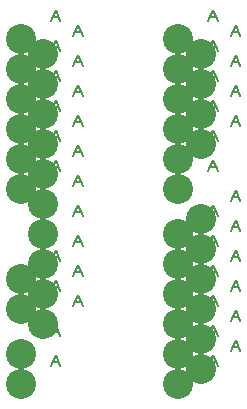
<source format=gbr>
G04 DesignSpark PCB Gerber Version 9.0 Build 5115 *
G04 #@! TF.Part,Single*
G04 #@! TF.FileFunction,Drillmap *
G04 #@! TF.FilePolarity,Positive *
%FSLAX35Y35*%
%MOIN*%
%ADD19C,0.00500*%
G04 #@! TA.AperFunction,ComponentPad*
%ADD26C,0.10000*%
X0Y0D02*
D02*
D19*
X30250Y25933D02*
X31813Y29683D01*
X33375Y25933*
X30875Y27496D02*
X32750D01*
X30250Y35933D02*
X31813Y39683D01*
X33375Y35933*
X30875Y37496D02*
X32750D01*
X30250Y50933D02*
X31813Y54683D01*
X33375Y50933*
X30875Y52496D02*
X32750D01*
X30250Y60933D02*
X31813Y64683D01*
X33375Y60933*
X30875Y62496D02*
X32750D01*
X30250Y90933D02*
X31813Y94683D01*
X33375Y90933*
X30875Y92496D02*
X32750D01*
X30250Y100933D02*
X31813Y104683D01*
X33375Y100933*
X30875Y102496D02*
X32750D01*
X30250Y110933D02*
X31813Y114683D01*
X33375Y110933*
X30875Y112496D02*
X32750D01*
X30250Y120933D02*
X31813Y124683D01*
X33375Y120933*
X30875Y122496D02*
X32750D01*
X30250Y130933D02*
X31813Y134683D01*
X33375Y130933*
X30875Y132496D02*
X32750D01*
X30250Y140933D02*
X31813Y144683D01*
X33375Y140933*
X30875Y142496D02*
X32750D01*
X37750Y45933D02*
X39313Y49683D01*
X40875Y45933*
X38375Y47496D02*
X40250D01*
X37750Y55933D02*
X39313Y59683D01*
X40875Y55933*
X38375Y57496D02*
X40250D01*
X37750Y65933D02*
X39313Y69683D01*
X40875Y65933*
X38375Y67496D02*
X40250D01*
X37750Y75933D02*
X39313Y79683D01*
X40875Y75933*
X38375Y77496D02*
X40250D01*
X37750Y85933D02*
X39313Y89683D01*
X40875Y85933*
X38375Y87496D02*
X40250D01*
X37750Y95933D02*
X39313Y99683D01*
X40875Y95933*
X38375Y97496D02*
X40250D01*
X37750Y105933D02*
X39313Y109683D01*
X40875Y105933*
X38375Y107496D02*
X40250D01*
X37750Y115933D02*
X39313Y119683D01*
X40875Y115933*
X38375Y117496D02*
X40250D01*
X37750Y125933D02*
X39313Y129683D01*
X40875Y125933*
X38375Y127496D02*
X40250D01*
X37750Y135933D02*
X39313Y139683D01*
X40875Y135933*
X38375Y137496D02*
X40250D01*
X82750Y25933D02*
X84313Y29683D01*
X85875Y25933*
X83375Y27496D02*
X85250D01*
X82750Y35933D02*
X84313Y39683D01*
X85875Y35933*
X83375Y37496D02*
X85250D01*
X82750Y45933D02*
X84313Y49683D01*
X85875Y45933*
X83375Y47496D02*
X85250D01*
X82750Y55933D02*
X84313Y59683D01*
X85875Y55933*
X83375Y57496D02*
X85250D01*
X82750Y65933D02*
X84313Y69683D01*
X85875Y65933*
X83375Y67496D02*
X85250D01*
X82750Y75933D02*
X84313Y79683D01*
X85875Y75933*
X83375Y77496D02*
X85250D01*
X82750Y90933D02*
X84313Y94683D01*
X85875Y90933*
X83375Y92496D02*
X85250D01*
X82750Y100933D02*
X84313Y104683D01*
X85875Y100933*
X83375Y102496D02*
X85250D01*
X82750Y110933D02*
X84313Y114683D01*
X85875Y110933*
X83375Y112496D02*
X85250D01*
X82750Y120933D02*
X84313Y124683D01*
X85875Y120933*
X83375Y122496D02*
X85250D01*
X82750Y130933D02*
X84313Y134683D01*
X85875Y130933*
X83375Y132496D02*
X85250D01*
X82750Y140933D02*
X84313Y144683D01*
X85875Y140933*
X83375Y142496D02*
X85250D01*
X90250Y30933D02*
X91813Y34683D01*
X93375Y30933*
X90875Y32496D02*
X92750D01*
X90250Y40933D02*
X91813Y44683D01*
X93375Y40933*
X90875Y42496D02*
X92750D01*
X90250Y50933D02*
X91813Y54683D01*
X93375Y50933*
X90875Y52496D02*
X92750D01*
X90250Y60933D02*
X91813Y64683D01*
X93375Y60933*
X90875Y62496D02*
X92750D01*
X90250Y70933D02*
X91813Y74683D01*
X93375Y70933*
X90875Y72496D02*
X92750D01*
X90250Y80933D02*
X91813Y84683D01*
X93375Y80933*
X90875Y82496D02*
X92750D01*
X90250Y105933D02*
X91813Y109683D01*
X93375Y105933*
X90875Y107496D02*
X92750D01*
X90250Y115933D02*
X91813Y119683D01*
X93375Y115933*
X90875Y117496D02*
X92750D01*
X90250Y125933D02*
X91813Y129683D01*
X93375Y125933*
X90875Y127496D02*
X92750D01*
X90250Y135933D02*
X91813Y139683D01*
X93375Y135933*
X90875Y137496D02*
X92750D01*
D02*
D26*
X20250Y19996D03*
Y29996D03*
Y44996D03*
Y54996D03*
Y84996D03*
Y94996D03*
Y104996D03*
Y114996D03*
Y124996D03*
Y134996D03*
X27750Y39996D03*
Y49996D03*
Y59996D03*
Y69996D03*
Y79996D03*
Y89996D03*
Y99996D03*
Y109996D03*
Y119996D03*
Y129996D03*
X72750Y19996D03*
Y29996D03*
Y39996D03*
Y49996D03*
Y59996D03*
Y69996D03*
Y84996D03*
Y94996D03*
Y104996D03*
Y114996D03*
Y124996D03*
Y134996D03*
X80250Y24996D03*
Y34996D03*
Y44996D03*
Y54996D03*
Y64996D03*
Y74996D03*
Y99996D03*
Y109996D03*
Y119996D03*
Y129996D03*
X0Y0D02*
M02*

</source>
